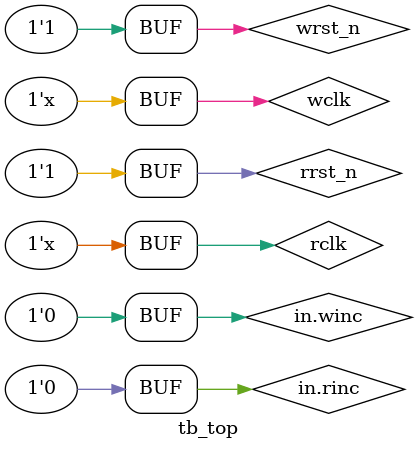
<source format=sv>
`include "interface.sv"
`include "fifotest.sv"


module tb_top;
  bit rclk,wclk,rrst_n,wrst_n;
  always #8.334 wclk = ~wclk;
  always #50 rclk = ~rclk;
  
  intf in (wclk,rclk,wrst_n , rrst_n );
  test t1 (in);

  async_fifo1 DUT (.wdata(in.wdata),
            .wfull(in.wfull),
            .rempty(in.rempty),
            .winc(in.winc),

            .rinc(in.rinc),
            .wclk(in.wclk),
            .rclk(in.rclk),
            .rrst_n(in.rrst_n),
            .wrst_n(in.wrst_n),
            .rdata(in.rdata));
  
   initial begin
    wclk =0;
    rclk=0;
    wrst_n =0;
    rrst_n=0;
    in.rinc=0;
    in.winc=0;
    #1
    rrst_n =1;
    wrst_n=1;

   end

 
endmodule


</source>
